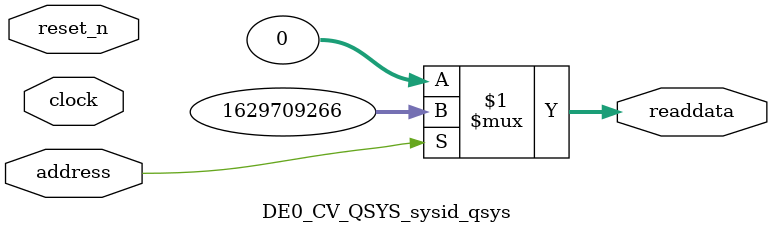
<source format=v>



// synthesis translate_off
`timescale 1ns / 1ps
// synthesis translate_on

// turn off superfluous verilog processor warnings 
// altera message_level Level1 
// altera message_off 10034 10035 10036 10037 10230 10240 10030 

module DE0_CV_QSYS_sysid_qsys (
               // inputs:
                address,
                clock,
                reset_n,

               // outputs:
                readdata
             )
;

  output  [ 31: 0] readdata;
  input            address;
  input            clock;
  input            reset_n;

  wire    [ 31: 0] readdata;
  //control_slave, which is an e_avalon_slave
  assign readdata = address ? 1629709266 : 0;

endmodule



</source>
